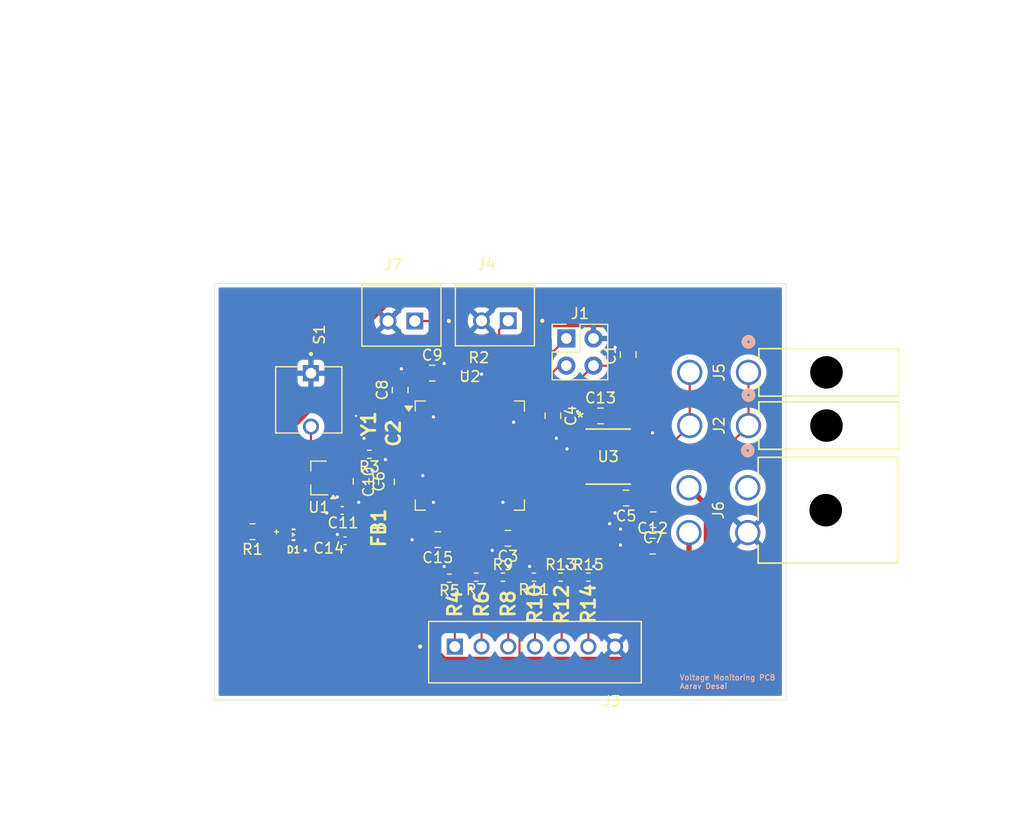
<source format=kicad_pcb>
(kicad_pcb (version 20240108) (generator "pcbnew") (generator_version "8.0")
  (layers (0 "F.Cu" signal) (31 "B.Cu" signal) (34 "B.Paste" user) (35 "F.Paste" user) (36 "B.SilkS" user "B.Silkscreen") (37 "F.SilkS" user "F.Silkscreen") (38 "B.Mask" user) (39 "F.Mask" user) (44 "Edge.Cuts" user))
  (net 0 "")
  (net 1 "GND")
  (net 2 "+3.3V")
  (net 3 "/rcc")
  (net 4 "Net-(U1-~{RESET})")
  (net 5 "/vdda")
  (net 6 "+5V")
  (net 7 "Net-(D1-A)")
  (net 8 "/swdclk")
  (net 9 "/swdio")
  (net 10 "/CAN_+")
  (net 11 "/CAN_-")
  (net 12 "Net-(U2-BOOT0)")
  (net 13 "/4")
  (net 14 "/30")
  (net 15 "/55")
  (net 16 "Net-(U2-NRST)")
  (net 17 "/36")
  (net 18 "/17")
  (net 19 "/34")
  (net 20 "/51")
  (net 21 "/22")
  (net 22 "/61")
  (net 23 "/16")
  (net 24 "/59")
  (net 25 "/11")
  (net 26 "/can_tx")
  (net 27 "/38")
  (net 28 "/62")
  (net 29 "/3")
  (net 30 "/56")
  (net 31 "/35")
  (net 32 "/15")
  (net 33 "/8")
  (net 34 "/39")
  (net 35 "/can_rx")
  (net 36 "/9")
  (net 37 "/42")
  (net 38 "/33")
  (net 39 "/2")
  (net 40 "/10")
  (net 41 "/21")
  (net 42 "/26")
  (net 43 "/27")
  (net 44 "/6")
  (net 45 "/28")
  (net 46 "/41")
  (net 47 "/43")
  (net 48 "/29")
  (net 49 "/54")
  (net 50 "/40")
  (net 51 "/37")
  (net 52 "/20")
  (net 53 "/53")
  (net 54 "/52")
  (net 55 "/23")
  (net 56 "/24")
  (net 57 "/57")
  (net 58 "/50")
  (net 59 "/58")
  (net 60 "/25")
  (net 62 "Net-(J3-Pad6)")
  (net 63 "Net-(J3-Pad4)")
  (net 64 "Net-(J3-Pad3)")
  (net 65 "Net-(J3-Pad5)")
  (net 66 "Net-(J3-Pad1)")
  (net 67 "Net-(J3-Pad2)")
  (net 68 "/14")
  (footprint "Connector_PinHeader_2.54mm:PinHeader_2x02_P2.54mm_Vertical" (layer "F.Cu") (at 155.94 74.66)
    (property "Reference" "J1")
    (property "Value" "Conn_02x02_Odd_Even")
  )
  (footprint "components:20kOhmRes-ad" (layer "F.Cu") (at 155.5 99.55 90)
    (property "Reference" "R12")
    (property "Value" "20k" (hide yes))
  )
  (footprint "components:33kOhmRes-ad" (layer "F.Cu") (at 153 99.5 90)
    (property "Reference" "R10")
    (property "Value" "33k" (hide yes))
  )
  (footprint "Capacitor_SMD:C_0805_2012Metric_Pad1.18x1.45mm_HandSolder" (layer "F.Cu") (at 161.530251 89.5966 180)
    (property "Reference" "C5")
    (property "Value" "100n")
  )
  (footprint "Capacitor_SMD:C_0805_2012Metric_Pad1.18x1.45mm_HandSolder" (layer "F.Cu") (at 164.07 91.63 180)
    (property "Reference" "C7")
    (property "Value" "100n")
  )
  (footprint "Resistor_SMD:R_0402_1005Metric_Pad0.72x0.64mm_HandSolder" (layer "F.Cu") (at 155.4025 97)
    (property "Reference" "R13")
    (property "Value" "10k")
  )
  (footprint "Resistor_SMD:R_0402_1005Metric_Pad0.72x0.64mm_HandSolder" (layer "F.Cu") (at 150 97)
    (property "Reference" "R9")
    (property "Value" "10k")
  )
  (footprint "Resistor_SMD:R_0402_1005Metric_Pad0.72x0.64mm_HandSolder" (layer "F.Cu") (at 152.9025 97 180)
    (property "Reference" "R11")
    (property "Value" "10k")
  )
  (footprint "components:82kOhmRes-ad" (layer "F.Cu") (at 145.5 99.5 90)
    (property "Reference" "R4")
    (property "Value" "82k" (hide yes))
  )
  (footprint "Capacitor_SMD:C_0805_2012Metric_Pad1.18x1.45mm_HandSolder" (layer "F.Cu") (at 150.47 93.36 180)
    (property "Reference" "C3")
    (property "Value" "10u")
  )
  (footprint "components:can_transceiver" (layer "F.Cu") (at 159.860251 85.7166)
    (property "Reference" "U3")
    (property "Value" "MCP2562T-H/SN")
  )
  (footprint "Capacitor_SMD:C_0805_2012Metric_Pad1.18x1.45mm_HandSolder" (layer "F.Cu") (at 139.1 88.08 90)
    (property "Reference" "C10")
    (property "Value" "10n")
  )
  (footprint "Package_QFP:LQFP-64_10x10mm_P0.5mm" (layer "F.Cu") (at 146.905 85.62)
    (property "Reference" "U2")
    (property "Value" "STM32L476RGTx")
  )
  (footprint "Resistor_SMD:R_0402_1005Metric_Pad0.72x0.64mm_HandSolder" (layer "F.Cu") (at 147.5 97 180)
    (property "Reference" "R7")
    (property "Value" "10k")
  )
  (footprint "Package_TO_SOT_SMD:SOT-23_Handsoldering" (layer "F.Cu") (at 132.78 87.7175 180)
    (property "Reference" "U1")
    (property "Value" "TCM809")
  )
  (footprint "components:15pf_cap" (layer "F.Cu") (at 139.76 83.54 90)
    (property "Reference" "C2")
    (property "Value" "15pf" (hide yes))
  )
  (footprint "Capacitor_SMD:C_0805_2012Metric_Pad1.18x1.45mm_HandSolder" (layer "F.Cu") (at 159.140251 81.9066)
    (property "Reference" "C13")
    (property "Value" "100n")
  )
  (footprint "components:power_header" (layer "F.Cu") (at 172.919749 88.6334 90)
    (property "Reference" "J6")
    (property "Value" "1724480004")
  )
  (footprint "components:small_led" (layer "F.Cu") (at 130.4 93.03 180)
    (property "Reference" "D1")
    (property "Value" "LED")
  )
  (footprint "Capacitor_SMD:C_0805_2012Metric_Pad1.18x1.45mm_HandSolder" (layer "F.Cu") (at 143.9 93.49 180)
    (property "Reference" "C15")
    (property "Value" "100n")
  )
  (footprint "Capacitor_SMD:C_0402_1005Metric_Pad0.74x0.62mm_HandSolder" (layer "F.Cu") (at 135.22 93.6 180)
    (property "Reference" "C14")
    (property "Value" "1u")
  )
  (footprint "Capacitor_SMD:C_0805_2012Metric_Pad1.18x1.45mm_HandSolder" (layer "F.Cu") (at 154.68 81.89 -90)
    (property "Reference" "C4")
    (property "Value" "100n")
  )
  (footprint "components:6.8kOhmRes-ad" (layer "F.Cu") (at 158 99.5 90)
    (property "Reference" "R14")
    (property "Value" "6.8k" (hide yes))
  )
  (footprint "components:can_molex_header" (layer "F.Cu") (at 172.989749 77.8334 90)
    (property "Reference" "J5")
    (property "Value" "Conn_01x02_Pin")
  )
  (footprint "Capacitor_SMD:C_0805_2012Metric_Pad1.18x1.45mm_HandSolder" (layer "F.Cu") (at 143.38 77.9)
    (property "Reference" "C9")
    (property "Value" "100n")
  )
  (footprint "components:can_molex_header" (layer "F.Cu") (at 172.989749 82.8134 90)
    (property "Reference" "J2")
    (property "Value" "Conn_01x02_Pin")
  )
  (footprint "Resistor_SMD:R_0402_1005Metric_Pad0.72x0.64mm_HandSolder" (layer "F.Cu") (at 145 97.0975 180)
    (property "Reference" "R5")
    (property "Value" "10k")
  )
  (footprint "Resistor_SMD:R_0805_2012Metric_Pad1.20x1.40mm_HandSolder" (layer "F.Cu") (at 126.56 92.75 180)
    (property "Reference" "R1")
    (property "Value" "330")
  )
  (footprint "components:ferrite_bead02BH1J" (layer "F.Cu") (at 138.38 92.4 -90)
    (property "Reference" "FB1")
    (property "Value" "FerriteBead" (hide yes))
  )
  (footprint "Resistor_SMD:R_0402_1005Metric_Pad0.72x0.64mm_HandSolder" (layer "F.Cu") (at 137.5 85.5 180)
    (property "Reference" "R3")
    (property "Value" "10k")
  )
  (footprint "Capacitor_SMD:C_0805_2012Metric_Pad1.18x1.45mm_HandSolder" (layer "F.Cu") (at 161.73 76.17 90)
    (property "Reference" "C1")
    (property "Value" "10u")
  )
  (footprint "components:68kOhmRes-ad" (layer "F.Cu") (at 148 99.512 90)
    (property "Reference" "R6")
    (property "Value" "68k" (hide yes))
  )
  (footprint "components:2-PinJST-ad" (layer "F.Cu") (at 149.25 72.475)
    (property "Reference" "J4")
    (property "Value" "B2B-XH-A")
  )
  (footprint "components:47kOhmRes-ad" (layer "F.Cu") (at 150.5 99.5 90)
    (property "Reference" "R8")
    (property "Value" "47k" (hide yes))
  )
  (footprint "Resistor_SMD:R_0402_1005Metric_Pad0.72x0.64mm_HandSolder" (layer "F.Cu") (at 146.44 78.23)
    (property "Reference" "R2")
    (property "Value" "10k")
  )
  (footprint "Capacitor_SMD:C_0805_2012Metric_Pad1.18x1.45mm_HandSolder" (layer "F.Cu") (at 164.01 94.1)
    (property "Reference" "C12")
    (property "Value" "10u")
  )
  (footprint "Capacitor_SMD:C_0805_2012Metric_Pad1.18x1.45mm_HandSolder" (layer "F.Cu") (at 140.38 79.48 90)
    (property "Reference" "C8")
    (property "Value" "100n")
  )
  (footprint "components:reset_button" (layer "F.Cu") (at 132.03 80.41 -90)
    (property "Reference" "S1")
    (property "Value" "TL59NF160Q")
  )
  (footprint "Capacitor_SMD:C_0805_2012Metric_Pad1.18x1.45mm_HandSolder" (layer "F.Cu") (at 136.72 88.0375 -90)
    (property "Reference" "C6")
    (property "Value" "100n")
  )
  (footprint "components:7-PinJST-ad" (layer "F.Cu") (at 153 104.025 180)
    (property "Reference" "J3")
    (property "Value" "B7B-XH-A")
  )
  (footprint "components:2-PinJST-ad" (layer "F.Cu") (at 140.5 72.5)
    (property "Reference" "J7")
    (property "Value" "B2B-XH-A")
  )
  (footprint "Capacitor_SMD:C_0402_1005Metric_Pad0.74x0.62mm_HandSolder" (layer "F.Cu") (at 134.96 90.76 180)
    (property "Reference" "C11")
    (property "Value" "1u")
  )
  (footprint "components:oscillator" (layer "F.Cu") (at 137.44 82.65 -90)
    (property "Reference" "Y1")
    (property "Value" "830208214709" (hide yes))
  )
  (footprint "Resistor_SMD:R_0402_1005Metric_Pad0.72x0.64mm_HandSolder" (layer "F.Cu") (at 158 97)
    (property "Reference" "R15")
    (property "Value" "10k")
  )
  (gr_rect (start 123 69.5) (end 176.5 108.5) (stroke (width 0.05)) (fill none) (layer "Edge.Cuts"))
  (gr_text "Voltage Monitoring PCB\nAarav Desai" (at 166.5 107.5 0) (layer "B.SilkS") (effects (font (size 0.5 0.5) (thickness 0.1)) (justify left bottom)))
  (segment (start 143.655 79.945) (end 143.655 81.845) (width 0.2) (layer "F.Cu") (net 1))
  (segment (start 150.155 91.295) (end 150.155 90.155) (width 0.2) (layer "F.Cu") (net 1))
  (segment (start 142.37 87.37) (end 142.5 87.5) (width 0.2) (layer "F.Cu") (net 1))
  (segment (start 152.58 82.37) (end 151.13 82.37) (width 0.2) (layer "F.Cu") (net 1))
  (segment (start 146.9025 97) (end 146.9025 97.9025) (width 0.2) (layer "F.Cu") (net 1))
  (segment (start 143.655 91.295) (end 143.655 90.155) (width 0.2) (layer "F.Cu") (net 1))
  (segment (start 144.4025 96.0975) (end 144.5 96) (width 0.2) (layer "F.Cu") (net 1))
  (segment (start 160.8675 75.1325) (end 160.5 75.5) (width 0.2) (layer "F.Cu") (net 1))
  (segment (start 150.155 90.155) (end 150 90) (width 0.2) (layer "F.Cu") (net 1))
  (segment (start 158.5975 97) (end 158.5975 96.0975) (width 0.2) (layer "F.Cu") (net 1))
  (segment (start 150.5975 97) (end 150.5975 96.0975) (width 0.2) (layer "F.Cu") (net 1))
  (segment (start 133.74 90.76) (end 133.5 91) (width 0.2) (layer "F.Cu") (net 1))
  (segment (start 149.4325 93.36) (end 149.4325 94.0675) (width 0.2) (layer "F.Cu") (net 1))
  (segment (start 139.76 82.76) (end 139.5 82.5) (width 0.2) (layer "F.Cu") (net 1))
  (segment (start 150.5975 96.0975) (end 150.5 96) (width 0.2) (layer "F.Cu") (net 1))
  (segment (start 134.3925 90.76) (end 133.74 90.76) (width 0.2) (layer "F.Cu") (net 1))
  (segment (start 149.4325 94.0675) (end 149 94.5) (width 0.2) (layer "F.Cu") (net 1))
  (segment (start 141.51 93.49) (end 141.5 93.5) (width 0.2) (layer "F.Cu") (net 1))
  (segment (start 134.28 88.6675) (end 134.28 89.28) (width 0.2) (layer "F.Cu") (net 1))
  (segment (start 136.94 83.94) (end 137 84) (width 0.2) (layer "F.Cu") (net 1))
  (segment (start 136.72 89.075) (end 136.72 89.78) (width 0.2) (layer "F.Cu") (net 1))
  (segment (start 152.305 97) (end 152.305 96.195) (width 0.2) (layer "F.Cu") (net 1))
  (segment (start 140.38 77.62) (end 140.5 77.5) (width 0.2) (layer "F.Cu") (net 1))
  (segment (start 158.5975 96.0975) (end 158.5 96) (width 0.2) (layer "F.Cu") (net 1))
  (segment (start 154.68 82.9275) (end 154.68 83.68) (width 0.2) (layer "F.Cu") (net 1))
  (segment (start 156.0816 85.0816) (end 156 85) (width 0.2) (layer "F.Cu") (net 1))
  (segment (start 134.28 89.28) (end 134.5 89.5) (width 0.2) (layer "F.Cu") (net 1))
  (segment (start 147.77 78.23) (end 148 78) (width 0.2) (layer "F.Cu") (net 1))
  (segment (start 157.4066 81.9066) (end 157 81.5) (width 0.2) (layer "F.Cu") (net 1))
  (segment (start 162.222451 83.8116) (end 163.6884 83.8116) (width 0.2) (layer "F.Cu") (net 1))
  (segment (start 158.102751 81.9066) (end 157.4066 81.9066) (width 0.2) (layer "F.Cu") (net 1))
  (segment (start 134.6525 93.1525) (end 134.5 93) (width 0.2) (layer "F.Cu") (net 1))
  (segment (start 141.23 87.37) (end 142.37 87.37) (width 0.2) (layer "F.Cu") (net 1))
  (segment (start 139.1 86.1) (end 139 86) (width 0.2) (layer "F.Cu") (net 1))
  (segment (start 139.1 87.0425) (end 139.1 86.1) (width 0.2) (layer "F.Cu") (net 1))
  (segment (start 156 97) (end 156 96) (width 0.2) (layer "F.Cu") (net 1))
  (segment (start 144.4025 97.0975) (end 144.4025 96.0975) (width 0.2) (layer "F.Cu") (net 1))
  (segment (start 144.4175 77.0825) (end 144.5 77) (width 0.2) (layer "F.Cu") (net 1))
  (segment (start 136.94 83.3) (end 136.94 83.94) (width 0.2) (layer "F.Cu") (net 1))
  (segment (start 136.72 89.78) (end 136.5 90) (width 0.2) (layer "F.Cu") (net 1))
  (segment (start 142.8625 93.49) (end 141.51 93.49) (width 0.2) (layer "F.Cu") (net 1))
  (segment (start 131.2 93.03) (end 131.2 94.2) (width 0.2) (layer "F.Cu") (net 1))
  (segment (start 139.76 83.205) (end 139.76 82.76) (width 0.2) (layer "F.Cu") (net 1))
  (segment (start 140.38 78.4425) (end 140.38 77.62) (width 0.2) (layer "F.Cu") (net 1))
  (segment (start 131.2 94.2) (end 131.5 94.5) (width 0.2) (layer "F.Cu") (net 1))
  (segment (start 157.498051 85.0816) (end 156.0816 85.0816) (width 0.2) (layer "F.Cu") (net 1))
  (segment (start 143.655 90.155) (end 143.5 90) (width 0.2) (layer "F.Cu") (net 1))
  (segment (start 154.68 83.68) (end 155 84) (width 0.2) (layer "F.Cu") (net 1))
  (segment (start 147.0375 78.23) (end 147.77 78.23) (width 0.2) (layer "F.Cu") (net 1))
  (segment (start 143.655 81.845) (end 143.5 82) (width 0.2) (layer "F.Cu") (net 1))
  (segment (start 152.305 96.195) (end 152.5 96) (width 0.2) (layer "F.Cu") (net 1))
  (segment (start 144.4175 77.9) (end 144.4175 77.0825) (width 0.2) (layer "F.Cu") (net 1))
  (segment (start 146.9025 97.9025) (end 147 98) (width 0.2) (layer "F.Cu") (net 1))
  (segment (start 161.73 75.1325) (end 160.8675 75.1325) (width 0.2) (layer "F.Cu") (net 1))
  (segment (start 151.13 82.37) (end 151 82.5) (width 0.2) (layer "F.Cu") (net 1))
  (segment (start 134.6525 93.6) (end 134.6525 93.1525) (width 0.2) (layer "F.Cu") (net 1))
  (segment (start 163.6884 83.8116) (end 164 83.5) (width 0.2) (layer "F.Cu") (net 1))
  (via (at 139 86) (size 0.6) (drill 0.3) (layers "F.Cu" "B.Cu") (net 1))
  (via (at 161 92.5) (size 0.6) (drill 0.3) (layers "F.Cu" "B.Cu") (net 1))
  (via (at 133.5 91) (size 0.6) (drill 0.3) (layers "F.Cu" "B.Cu") (net 1))
  (via (at 151 82.5) (size 0.6) (drill 0.3) (layers "F.Cu" "B.Cu") (net 1))
  (via (at 141.5 93.5) (size 0.6) (drill 0.3) (layers "F.Cu" "B.Cu") (net 1))
  (via (at 164 83.5) (size 0.6) (drill 0.3) (layers "F.Cu" "B.Cu") (net 1))
  (via (at 139.5 82.5) (size 0.6) (drill 0.3) (layers "F.Cu" "B.Cu") (net 1))
  (via (at 136.5 90) (size 0.6) (drill 0.3) (layers "F.Cu" "B.Cu") (net 1))
  (via (at 149 94.5) (size 0.6) (drill 0.3) (layers "F.Cu" "B.Cu") (net 1))
  (via (at 152.5 96) (size 0.6) (drill 0.3) (layers "F.Cu" "B.Cu") (net 1))
  (via (at 156 85) (size 0.6) (drill 0.3) (layers "F.Cu" "B.Cu") (net 1))
  (via (at 144.5 77) (size 0.6) (drill 0.3) (layers "F.Cu" "B.Cu") (net 1))
  (via (at 134.5 89.5) (size 0.6) (drill 0.3) (layers "F.Cu" "B.Cu") (net 1))
  (via (at 160.5 75.5) (size 0.6) (drill 0.3) (layers "F.Cu" "B.Cu") (net 1))
  (via (at 143.5 82) (size 0.6) (drill 0.3) (layers "F.Cu" "B.Cu") (net 1))
  (via (at 155 84) (size 0.6) (drill 0.3) (layers "F.Cu" "B.Cu") (net 1))
  (via (at 161 94) (size 0.6) (drill 0.3) (layers "F.Cu" "B.Cu") (net 1))
  (via (at 134.5 93) (size 0.6) (drill 0.3) (layers "F.Cu" "B.Cu") (net 1))
  (via (at 158.5 96) (size 0.6) (drill 0.3) (layers "F.Cu" "B.Cu") (net 1))
  (via (at 157 81.5) (size 0.6) (drill 0.3) (layers "F.Cu" "B.Cu") (net 1))
  (via (at 150 90) (size 0.6) (drill 0.3) (layers "F.Cu" "B.Cu") (net 1))
  (via (at 137 84) (size 0.6) (drill 0.3) (layers "F.Cu" "B.Cu") (net 1))
  (via (at 147 98) (size 0.6) (drill 0.3) (layers "F.Cu" "B.Cu") (net 1))
  (via (at 160 92) (size 0.6) (drill 0.3) (layers "F.Cu" "B.Cu") (net 1))
  (via (at 160.5 91) (size 0.6) (drill 0.3) (layers "F.Cu" "B.Cu") (net 1))
  (via (at 156 96) (size 0.6) (drill 0.3) (layers "F.Cu" "B.Cu") (net 1))
  (via (at 131.5 94.5) (size 0.6) (drill 0.3) (layers "F.Cu" "B.Cu") (net 1))
  (via (at 140.5 77.5) (size 0.6) (drill 0.3) (layers "F.Cu" "B.Cu") (net 1))
  (via (at 143.5 90) (size 0.6) (drill 0.3) (layers "F.Cu" "B.Cu") (net 1))
  (via (at 148 78) (size 0.6) (drill 0.3) (layers "F.Cu" "B.Cu") (net 1))
  (via (at 142.5 87.5) (size 0.6) (drill 0.3) (layers "F.Cu" "B.Cu") (net 1))
  (via (at 150.5 96) (size 0.6) (drill 0.3) (layers "F.Cu" "B.Cu") (net 1))
  (via (at 144.5 96) (size 0.6) (drill 0.3) (layers "F.Cu" "B.Cu") (net 1))
  (segment (start 142.3425 79.1325) (end 143.155 79.945) (width 0.2) (layer "F.Cu") (net 2))
  (segment (start 151.475 71.5) (end 153.335 73.36) (width 0.5) (layer "F.Cu") (net 2))
  (segment (start 135.7875 95.2125) (end 135.412553 95.587447) (width 0.2) (layer "F.Cu") (net 2))
  (segment (start 165.25 89.25) (end 166.5 90.5) (width 0.2) (layer "F.Cu") (net 2))
  (segment (start 151.5075 92.1475) (end 150.655 91.295) (width 0.2) (layer "F.Cu") (net 2))
  (segment (start 142.3425 77.9) (end 142.3425 79.1325) (width 0.2) (layer "F.Cu") (net 2))
  (segment (start 135.368643 75.156267) (end 137.262455 73.262455) (width 0.5) (layer "F.Cu") (net 2))
  (segment (start 135.7875 93.6) (end 136.9 93.6) (width 0.2) (layer "F.Cu") (net 2))
  (segment (start 169.05085 90.2645) (end 169.05085 91) (width 0.5) (layer "F.Cu") (net 2))
  (segment (start 162.222451 87.6216) (end 163.6216 87.6216) (width 0.2) (layer "F.Cu") (net 2))
  (segment (start 154.68 80.8525) (end 153.5975 80.8525) (width 0.2) (layer "F.Cu") (net 2))
  (segment (start 135.368643 77.868643) (end 135.368643 77) (width 0.5) (layer "F.Cu") (net 2))
  (segment (start 134.368643 78.868643) (end 135.368643 77.868643) (width 0.5) (layer "F.Cu") (net 2))
  (segment (start 153.5975 80.8525) (end 152.58 81.87) (width 0.2) (layer "F.Cu") (net 2))
  (segment (start 142.3425 77.9) (end 142.3425 76.3425) (width 0.2) (layer "F.Cu") (net 2))
  (segment (start 144.9375 93.49) (end 140.340053 98.087447) (width 0.2) (layer "F.Cu") (net 2))
  (segment (start 165.25 89.25) (end 164.9034 89.5966) (width 0.2) (layer "F.Cu") (net 2))
  (segment (start 161.296 104.704) (end 151.5 104.704) (width 0.5) (layer "F.Cu") (net 2))
  (segment (start 140 76) (end 137.262455 73.262455) (width 0.2) (layer "F.Cu") (net 2))
  (segment (start 144.529106 104.704) (end 137.912553 98.087447) (width 0.5) (layer "F.Cu") (net 2))
  (segment (start 135.7875 93.6) (end 135.7875 95.2125) (width 0.2) (layer "F.Cu") (net 2))
  (segment (start 168.81535 90.5) (end 169.05085 90.2645) (width 0.2) (layer "F.Cu") (net 2))
  (segment (start 144.9375 93.49) (end 144.155 92.7075) (width 0.2) (layer "F.Cu") (net 2))
  (segment (start 125.56 92.75) (end 127.635106 90.674894) (width 0.2) (layer "F.Cu") (net 2))
  (segment (start 140.38 80.5175) (end 139.4225 80.5175) (width 0.2) (layer "F.Cu") (net 2))
  (segment (start 136.94 81.44) (end 134.368643 78.868643) (width 0.2) (layer "F.Cu") (net 2))
  (segment (start 144.155 92.7075) (end 144.155 91.295) (width 0.2) (layer "F.Cu") (net 2))
  (segment (start 140.38 80.5175) (end 140.38 81.02) (width 0.2) (layer "F.Cu") (net 2))
  (segment (start 130.5 90.674894) (end 130.5 82.737286) (width 0.5) (layer "F.Cu") (net 2))
  (segment (start 151.554 104.65) (end 151.5 104.704) (width 0.2) (layer "F.Cu") (net 2))
  (segment (start 151.554 94.039) (end 151.554 104.65) (width 0.2) (layer "F.Cu") (net 2))
  (segment (start 162.905 76.0325) (end 161.73 77.2075) (width 0.5) (layer "F.Cu") (net 2))
  (segment (start 151.5075 93.36) (end 151.5075 92.1475) (width 0.2) (layer "F.Cu") (net 2))
  (segment (start 135.368643 77) (end 135.368643 75.156267) (width 0.5) (layer "F.Cu") (net 2))
  (segment (start 140.38 80.5175) (end 137.237286 77.374786) (width 0.2) (layer "F.Cu") (net 2))
  (segment (start 169.05085 91) (end 169.05085 96.94915) (width 0.5) (layer "F.Cu") (net 2))
  (segment (start 140.340053 98.087447) (end 137.912553 98.087447) (width 0.2) (layer "F.Cu") (net 2))
  (segment (start 135.412553 95.587447) (end 130.5 90.674894) (width 0.5) (layer "F.Cu") (net 2))
  (segment (start 137.2 93.3) (end 138.38 93.3) (width 0.2) (layer "F.Cu") (net 2))
  (segment (start 153.335 73.36) (end 161.766878 73.36) (width 0.5) (layer "F.Cu") (net 2))
  (segment (start 139.02491 71.5) (end 151.475 71.5) (width 0.5) (layer "F.Cu") (net 2))
  (segment (start 142 76) (end 140 76) (width 0.2) (layer "F.Cu") (net 2))
  (segment (start 161.73 77.2075) (end 158.4875 77.2075) (width 0.2) (layer "F.Cu") (net 2))
  (segment (start 151.5075 93.9925) (end 151.554 94.039) (width 0.2) (layer "F.Cu") (net 2))
  (segment (start 130.5 82.737286) (end 134.368643 78.868643) (width 0.5) (layer "F.Cu") (net 2))
  (segment (start 137.237286 77.374786) (end 135.743429 77.374786) (width 0.2) (layer "F.Cu") (net 2))
  (segment (start 136.9 93.6) (end 137.2 93.3) (width 0.2) (layer "F.Cu") (net 2))
  (segment (start 154.8275 80.8525) (end 154.68 80.8525) (width 0.2) (layer "F.Cu") (net 2))
  (segment (start 135.743429 77.374786) (end 135.368643 77) (width 0.2) (layer "F.Cu") (net 2))
  (segment (start 169.05085 96.94915) (end 161.296 104.704) (width 0.5) (layer "F.Cu") (net 2))
  (segment (start 166.5 90.5) (end 168.81535 90.5) (width 0.2) (layer "F.Cu") (net 2))
  (segment (start 158.4875 77.2075) (end 158.48 77.2) (width 0.2) (layer "F.Cu") (net 2))
  (segment (start 136.94 82) (end 136.94 81.44) (width 0.2) (layer "F.Cu") (net 2))
  (segment (start 162.222451 89.2513) (end 162.567751 89.5966) (width 0.2) (layer "F.Cu") (net 2))
  (segment (start 151.5075 93.36) (end 151.5075 93.9925) (width 0.2) (layer "F.Cu") (net 2))
  (segment (start 137.262455 73.262455) (end 139.02491 71.5) (width 0.5) (layer "F.Cu") (net 2))
  (segment (start 163.6216 87.6216) (end 165.25 89.25) (width 0.2) (layer "F.Cu") (net 2))
  (segment (start 137.912553 98.087447) (end 135.412553 95.587447) (width 0.5) (layer "F.Cu") (net 2))
  (segment (start 167.41975 88.6334) (end 169.05085 90.2645) (width 0.5) (layer "F.Cu") (net 2))
  (segment (start 161.766878 73.36) (end 162.905 74.498122) (width 0.5) (layer "F.Cu") (net 2))
  (segment (start 158.48 77.2) (end 154.8275 80.8525) (width 0.2) (layer "F.Cu") (net 2))
  (segment (start 140.38 81.02) (end 141.23 81.87) (width 0.2) (layer "F.Cu") (net 2))
  (segment (start 127.635106 90.674894) (end 130.5 90.674894) (width 0.2) (layer "F.Cu") (net 2))
  (segment (start 151.5 104.704) (end 144.529106 104.704) (width 0.5) (layer "F.Cu") (net 2))
  (segment (start 164.9034 89.5966) (end 162.567751 89.5966) (width 0.2) (layer "F.Cu") (net 2))
  (segment (start 142.3425 76.3425) (end 142 76) (width 0.2) (layer "F.Cu") (net 2))
  (segment (start 166.5 90.5) (end 166.2375 90.5) (width 0.2) (layer "F.Cu") (net 2))
  (segment (start 166.2375 90.5) (end 165.1075 91.63) (width 0.2) (layer "F.Cu") (net 2))
  (segment (start 162.905 74.498122) (end 162.905 76.0325) (width 0.5) (layer "F.Cu") (net 2))
  (segment (start 139.4225 80.5175) (end 137.94 82) (width 0.2) (layer "F.Cu") (net 2))
  (segment (start 138.515 83.875) (end 139.76 83.875) (width 0.2) (layer "F.Cu") (net 3))
  (segment (start 137.94 83.3) (end 138.515 83.875) (width 0.2) (layer "F.Cu") (net 3))
  (segment (start 141.23 83.87) (end 139.765 83.87) (width 0.2) (layer "F.Cu") (net 3))
  (segment (start 139.765 83.87) (end 139.76 83.875) (width 0.2) (layer "F.Cu") (net 3))
  (segment (start 136.9025 85.5) (end 135.5475 85.5) (width 0.2) (layer "F.Cu") (net 4))
  (segment (start 135.5475 85.5) (end 134.28 86.7675) (width 0.2) (layer "F.Cu") (net 4))
  (segment (start 139.1 89.4) (end 138.38 90.12) (width 0.2) (layer "F.Cu") (net 5))
  (segment (start 135.5275 90.76) (end 137.64 90.76) (width 0.2) (layer "F.Cu") (net 5))
  (segment (start 138.38 90.12) (end 138.38 91.5) (width 0.2) (layer "F.Cu") (net 5))
  (segment (start 141.23 87.87) (end 140.3475 87.87) (width 0.2) (layer "F.Cu") (net 5))
  (segment (start 139.1 89.1175) (end 139.1 89.4) (width 0.2) (layer "F.Cu") (net 5))
  (segment (start 137.64 90.76) (end 138.38 91.5) (width 0.2) (layer "F.Cu") (net 5))
  (segment (start 140.3475 87.87) (end 139.1 89.1175) (width 0.2) (layer "F.Cu") (net 5))
  (segment (start 160.177751 86.7609) (end 158.938651 88) (width 0.2) (layer "F.Cu") (net 6))
  (segment (start 160.177751 81.9066) (end 160.177751 86.7609) (width 0.2) (layer "F.Cu") (net 6))
  (segment (start 165.0475 96.9525) (end 165 97) (width 0.2) (layer "F.Cu") (net 6))
  (segment (start 166.5 97) (end 165 97) (width 0.5) (layer "F.Cu") (net 6))
  (segment (start 158.398051 86.3516) (end 157.498051 86.3516) (width 0.5) (layer "F.Cu") (net 6))
  (segment (start 165.0475 94.1) (end 165.0475 96.9525) (width 0.2) (layer "F.Cu") (net 6))
  (segment (start 158.938651 88) (end 158.938651 86.8922) (width 0.5) (layer "F.Cu") (net 6))
  (segment (start 162 97) (end 158.938651 93.938651) (width 0.5) (layer "F.Cu") (net 6))
  (segment (start 167.41975 92.833398) (end 167.41975 96.08025) (width 0.5) (layer "F.Cu") (net 6))
  (segment (start 158.938651 86.8922) (end 158.398051 86.3516) (width 0.5) (layer "F.Cu") (net 6))
  (segment (start 167.41975 96.08025) (end 166.5 97) (width 0.5) (layer "F.Cu") (net 6))
  (segment (start 158.938651 93.938651) (end 158.938651 88) (width 0.5) (layer "F.Cu") (net 6))
  (segment (start 165 97) (end 162 97) (width 0.5) (layer "F.Cu") (net 6))
  (segment (start 127.56 92.75) (end 129.32 92.75) (width 0.2) (layer "F.Cu") (net 7))
  (segment (start 129.32 92.75) (end 129.6 93.03) (width 0.2) (layer "F.Cu") (net 7))
  (segment (start 155.94 74.66) (end 150.655 79.945) (width 0.2) (layer "F.Cu") (net 8))
  (segment (start 151.248529 83.1) (end 150.751471 83.1) (width 0.2) (layer "F.Cu") (net 9))
  (segment (start 155.3 77.2) (end 155.94 77.2) (width 0.2) (layer "F.Cu") (net 9))
  (segment (start 152.58 82.87) (end 151.478529 82.87) (width 0.2) (layer "F.Cu") (net 9))
  (segment (start 151.478529 82.87) (end 151.248529 83.1) (width 0.2) (layer "F.Cu") (net 9))
  (segment (start 150.4 82.748529) (end 150.4 82.1) (width 0.2) (layer "F.Cu") (net 9))
  (segment (start 150.751471 83.1) (end 150.4 82.748529) (width 0.2) (layer "F.Cu") (net 9))
  (segment (start 150.4 82.1) (end 155.3 77.2) (width 0.2) (layer "F.Cu") (net 9))
  (segment (start 165.22155 85.0816) (end 162.222451 85.0816) (width 0.2) (layer "F.Cu") (net 10))
  (segment (start 167.48975 77.8334) (end 167.48975 82.8134) (width 0.2) (layer "F.Cu") (net 10))
  (segment (start 167.48975 82.8134) (end 165.22155 85.0816) (width 0.2) (layer "F.Cu") (net 10))
  (segment (start 172.989749 82.8134) (end 169.451549 86.3516) (width 0.2) (layer "F.Cu") (net 11))
  (segment (start 169.451549 86.3516) (end 162.222451 86.3516) (width 0.2) (layer "F.Cu") (net 11))
  (segment (start 172.989749 77.8334) (end 172.989749 82.8134) (width 0.2) (layer "F.Cu") (net 11))
  (segment (start 145.155 78.9175) (end 145.155 79.945) (width 0.2) (layer "F.Cu") (net 12))
  (segment (start 145.8425 78.23) (end 145.155 78.9175) (width 0.2) (layer "F.Cu") (net 12))
  (segment (start 132.03 86.180148) (end 132.03 82.91) (width 0.2) (layer "F.Cu") (net 16))
  (segment (start 136.72 87) (end 136.2525 87.4675) (width 0.2) (layer "F.Cu") (net 16))
  (segment (start 138.7275 84.87) (end 138.0975 85.5) (width 0.2) (layer "F.Cu") (net 16))
  (segment (start 136.2525 87.4675) (end 133.317352 87.4675) (width 0.2) (layer "F.Cu") (net 16))
  (segment (start 133.317352 87.4675) (end 132.03 86.180148) (width 0.2) (layer "F.Cu") (net 16))
  (segment (start 141.23 84.87) (end 138.7275 84.87) (width 0.2) (layer "F.Cu") (net 16))
  (segment (start 136.72 87) (end 136.72 86.8775) (width 0.2) (layer "F.Cu") (net 16))
  (segment (start 136.72 86.8775) (end 138.0975 85.5) (width 0.2) (layer "F.Cu") (net 16))
  (segment (start 157.4025 91.753718) (end 153.518782 87.87) (width 0.2) (layer "F.Cu") (net 17))
  (segment (start 153.518782 87.87) (end 152.58 87.87) (width 0.2) (layer "F.Cu") (net 17))
  (segment (start 157.4025 97) (end 157.4025 91.753718) (width 0.2) (layer "F.Cu") (net 17))
  (segment (start 158 97.5975) (end 157.4025 97) (width 0.2) (layer "F.Cu") (net 17))
  (segment (start 158 98.988) (end 158 97.5975) (width 0.2) (layer "F.Cu") (net 17))
  (segment (start 153 98.95) (end 153 97.5) (width 0.2) (layer "F.Cu") (net 19))
  (segment (start 153 97.5) (end 153.5 97) (width 0.2) (layer "F.Cu") (net 19))
  (segment (start 153.655 96.845) (end 153.655 89.13759) (width 0.2) (layer "F.Cu") (net 19))
  (segment (start 153.5 97) (end 153.655 96.845) (width 0.2) (layer "F.Cu") (net 19))
  (segment (start 153.38741 88.87) (end 152.58 88.87) (width 0.2) (layer "F.Cu") (net 19))
  (segment (start 153.655 89.13759) (end 153.38741 88.87) (width 0.2) (layer "F.Cu") (net 19))
  (segment (start 149.655 73.845) (end 149.655 79.945) (width 0.2) (layer "F.Cu") (net 20))
  (segment (start 150.5 73) (end 149.655 73.845) (width 0.2) (layer "F.Cu") (net 20))
  (segment (start 153.655 83.20241) (end 153.48741 83.37) (width 0.2) (layer "F.Cu") (net 26))
  (segment (start 157.498051 83.8116) (end 155.726451 82.04) (width 0.2) (layer "F.Cu") (net 26))
  (segment (start 155.726451 82.04) (end 153.970256 82.04) (width 0.2) (layer "F.Cu") (net 26))
  (segment (start 153.48741 83.37) (end 152.58 83.37) (width 0.2) (layer "F.Cu") (net 26))
  (segment (start 153.970256 82.04) (end 153.655 82.355256) (width 0.2) (layer "F.Cu") (net 26))
  (segment (start 153.655 82.355256) (end 153.655 83.20241) (width 0.2) (layer "F.Cu") (net 26))
  (segment (start 154.805 97) (end 154.805 89.721904) (width 0.2) (layer "F.Cu") (net 31))
  (segment (start 154.805 97.805) (end 154.805 97) (width 0.2) (layer "F.Cu") (net 31))
  (segment (start 153.453096 88.37) (end 152.58 88.37) (width 0.2) (layer "F.Cu") (net 31))
  (segment (start 155.5 99) (end 155.5 98.5) (width 0.2) (layer "F.Cu") (net 31))
  (segment (start 155.5 98.5) (end 154.805 97.805) (width 0.2) (layer "F.Cu") (net 31))
  (segment (start 154.805 89.721904) (end 153.453096 88.37) (width 0.2) (layer "F.Cu") (net 31))
  (segment (start 155 85.834749) (end 155 85) (width 0.2) (layer "F.Cu") (net 35))
  (segment (start 157.498051 87.6216) (end 156.786851 87.6216) (width 0.2) (layer "F.Cu") (net 35))
  (segment (start 153.87 83.87) (end 152.58 83.87) (width 0.2) (layer "F.Cu") (net 35))
  (segment (start 156.786851 87.6216) (end 155 85.834749) (width 0.2) (layer "F.Cu") (net 35))
  (segment (start 155 85) (end 153.87 83.87) (width 0.2) (layer "F.Cu") (net 35))
  (segment (start 150.5 98.375) (end 149.4025 97.2775) (width 0.2) (layer "F.Cu") (net 42))
  (segment (start 149.4025 97.2775) (end 149.4025 97) (width 0.2) (layer "F.Cu") (net 42))
  (segment (start 149.4025 97) (end 147.655 95.2525) (width 0.2) (layer "F.Cu") (net 42))
  (segment (start 150.5 98.95) (end 150.5 98.375) (width 0.2) (layer "F.Cu") (net 42))
  (segment (start 147.655 95.2525) (end 147.655 91.295) (width 0.2) (layer "F.Cu") (net 42))
  (segment (start 143.873529 73.025) (end 149.155 78.306471) (width 0.2) (layer "F.Cu") (net 54))
  (segment (start 141.75 73.025) (end 143.873529 73.025) (width 0.2) (layer "F.Cu") (net 54))
  (segment (start 149.155 78.306471) (end 149.155 79.945) (width 0.2) (layer "F.Cu") (net 54))
  (segment (start 146.655 96.04) (end 145.5975 97.0975) (width 0.2) (layer "F.Cu") (net 56))
  (segment (start 145.5 97.195) (end 145.5975 97.0975) (width 0.2) (layer "F.Cu") (net 56))
  (segment (start 146.655 91.295) (end 146.655 96.04) (width 0.2) (layer "F.Cu") (net 56))
  (segment (start 145.5 98.95) (end 145.5 97.195) (width 0.2) (layer "F.Cu") (net 56))
  (segment (start 147.155 96.0575) (end 147.155 91.295) (width 0.2) (layer "F.Cu") (net 60))
  (segment (start 148.0975 97) (end 147.155 96.0575) (width 0.2) (layer "F.Cu") (net 60))
  (segment (start 148 97.0975) (end 148.0975 97) (width 0.2) (layer "F.Cu") (net 60))
  (segment (start 148 99) (end 148 97.0975) (width 0.2) (layer "F.Cu") (net 60))
  (segment (start 158 103.5) (end 158 100.012) (width 0.2) (layer "F.Cu") (net 62))
  (segment (start 153 103.5) (end 153 100.05) (width 0.2) (layer "F.Cu") (net 63))
  (segment (start 150.5 103.5) (end 150.5 100.05) (width 0.2) (layer "F.Cu") (net 64))
  (segment (start 155.5 103.5) (end 155.5 100.1) (width 0.2) (layer "F.Cu") (net 65))
  (segment (start 145.5 103.5) (end 145.5 100.05) (width 0.2) (layer "F.Cu") (net 66))
  (segment (start 148 103.5) (end 148 100.024) (width 0.2) (layer "F.Cu") (net 67))
  (zone (net 1) (net_name "GND") (layer "F.Cu") (priority 2) (connect_pads (clearance 0.5)) (min_thickness 0.25) (fill yes (thermal_gap 0.5) (thermal_bridge_width 0.5))
    (polygon (pts (xy 159.5 88.5) (xy 161.5 88.5) (xy 161.5 91) (xy 164 91) (xy 164 95.5) (xy 161 95.5) (xy 159.5 93.5)))
  )
  (zone (net 1) (net_name "GND") (layer "B.Cu") (connect_pads (clearance 0.5)) (min_thickness 0.25) (fill yes (thermal_gap 0.5) (thermal_bridge_width 0.5))
    (polygon (pts (xy 122 69) (xy 176.5 69) (xy 176.5 109) (xy 122.5 109.5)))
  )
)
</source>
